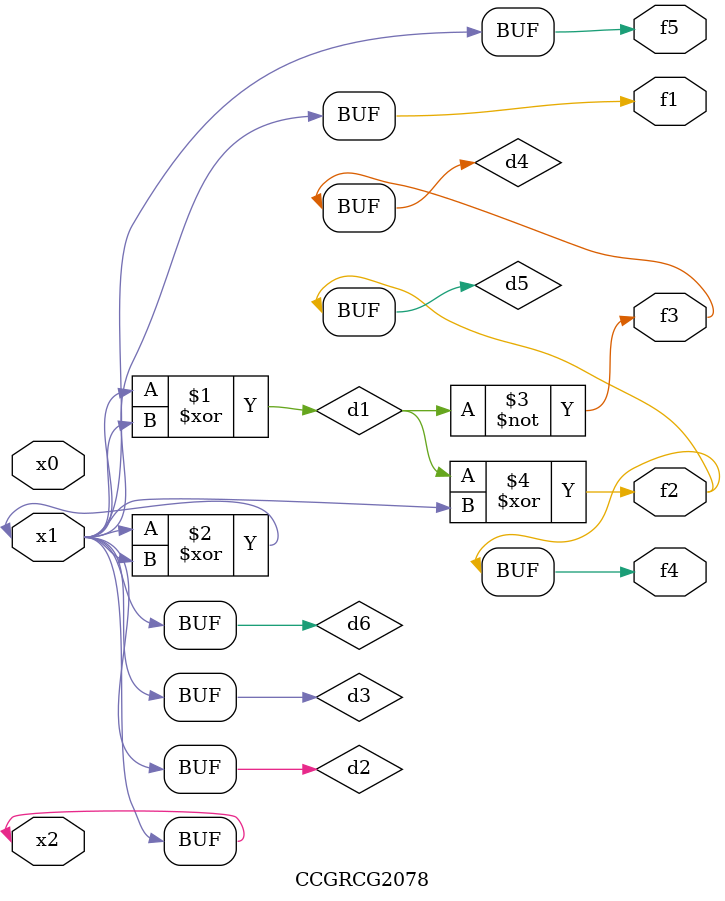
<source format=v>
module CCGRCG2078(
	input x0, x1, x2,
	output f1, f2, f3, f4, f5
);

	wire d1, d2, d3, d4, d5, d6;

	xor (d1, x1, x2);
	buf (d2, x1, x2);
	xor (d3, x1, x2);
	nor (d4, d1);
	xor (d5, d1, d2);
	buf (d6, d2, d3);
	assign f1 = d6;
	assign f2 = d5;
	assign f3 = d4;
	assign f4 = d5;
	assign f5 = d6;
endmodule

</source>
